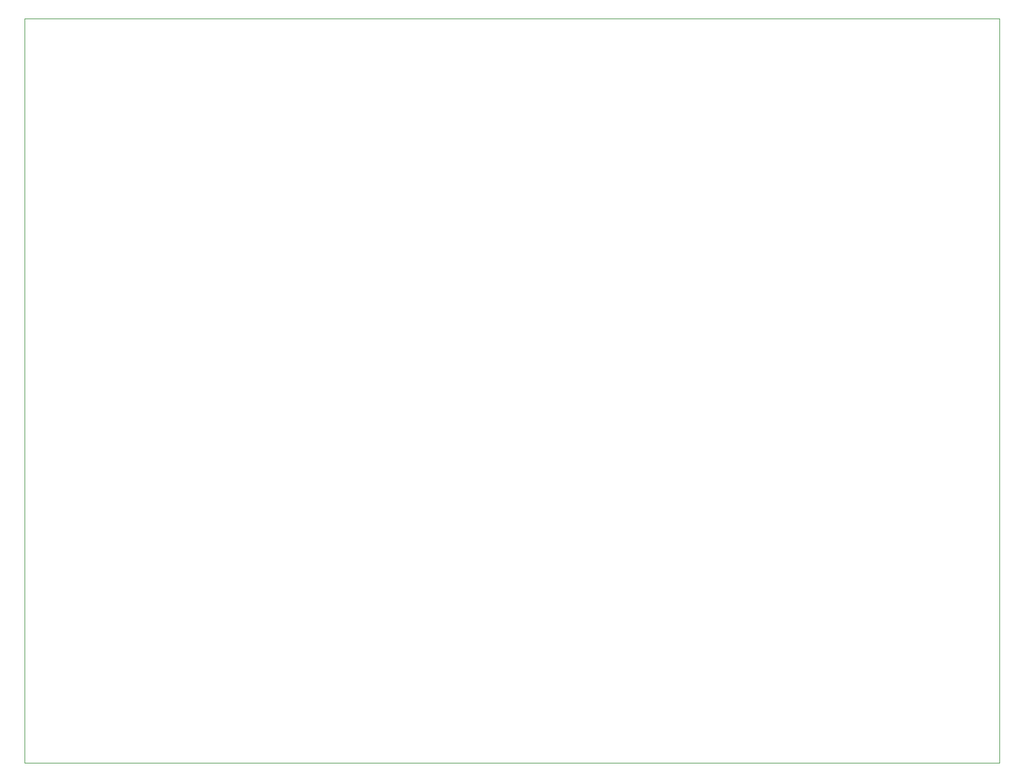
<source format=gbr>
G04 #@! TF.FileFunction,Profile,NP*
%FSLAX46Y46*%
G04 Gerber Fmt 4.6, Leading zero omitted, Abs format (unit mm)*
G04 Created by KiCad (PCBNEW 4.0.2+dfsg1-stable) date Wed 06 Jul 2016 03:59:12 PM CEST*
%MOMM*%
G01*
G04 APERTURE LIST*
%ADD10C,0.100000*%
G04 APERTURE END LIST*
D10*
X72250000Y-13750000D02*
X210000000Y-13750000D01*
X72250000Y-119000000D02*
X72250000Y-13750000D01*
X210000000Y-119000000D02*
X72250000Y-119000000D01*
X210000000Y-13750000D02*
X210000000Y-119000000D01*
M02*

</source>
